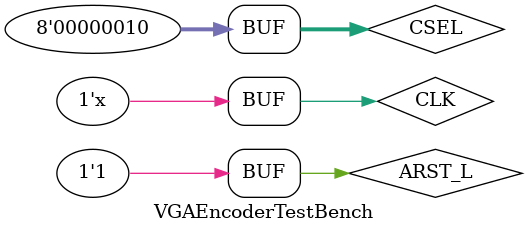
<source format=v>
`timescale 1ns / 1ps


module VGAEncoderTestBench;
reg CLK, ARST_L;
wire [7:0] CSEL;
wire HSYNC, VSYNC;
wire [3:0] RED, GREEN, BLUE;
wire [9:0] HCOORD, VCOORD;
VGAEncoder DUT(.CLK(CLK), .CSEL(CSEL), .ARST_L(ARST_L), .HSYNC(HSYNC), .VSYNC(VSYNC), .RED(RED), .GREEN(GREEN), .BLUE(BLUE), .HCOORD(HCOORD), .VCOORD(VCOORD));

// creates 25Mhz clock signal
initial
begin
     CLK <= 1'b0; 
end
always 
begin
    #20CLK <= ~CLK;
end
// the reset signals 
// deactivate after 1000ns
initial 
begin
    ARST_L <= 1'b0;
    #1000 ARST_L <= 1'b1;
end

assign CSEL = 8'b00000010; //the test vector for the color blue
                           //can be changed to other test vectors

endmodule

</source>
